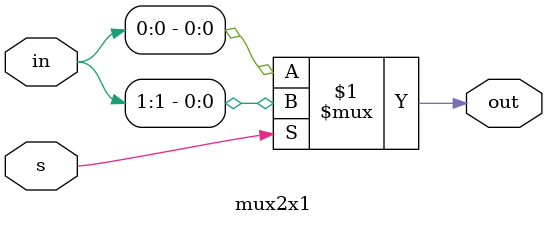
<source format=v>
`timescale 1ns / 1ps


module mux2x1(
    input s,
    input [1:0] in,
    output out
    );
    
    assign out = s ? in[1] : in[0];
    
    
endmodule

</source>
